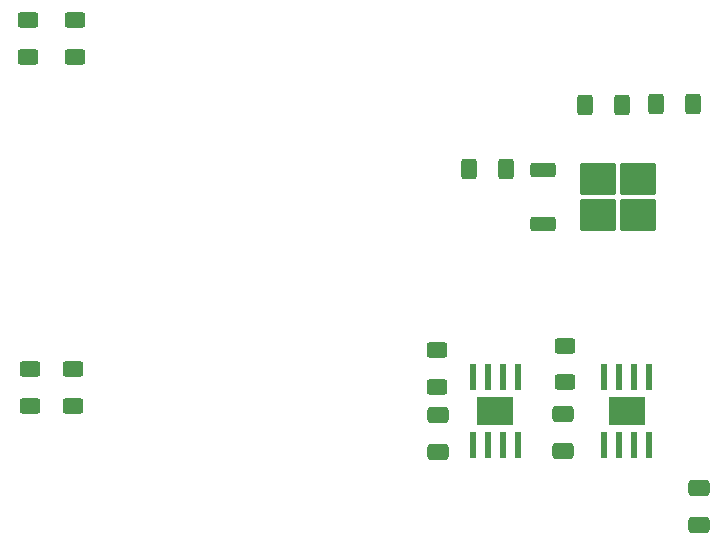
<source format=gtp>
%TF.GenerationSoftware,KiCad,Pcbnew,9.0.5*%
%TF.CreationDate,2025-11-06T15:20:43-08:00*%
%TF.ProjectId,ME507-EMBER,4d453530-372d-4454-9d42-45522e6b6963,rev?*%
%TF.SameCoordinates,Original*%
%TF.FileFunction,Paste,Top*%
%TF.FilePolarity,Positive*%
%FSLAX46Y46*%
G04 Gerber Fmt 4.6, Leading zero omitted, Abs format (unit mm)*
G04 Created by KiCad (PCBNEW 9.0.5) date 2025-11-06 15:20:43*
%MOMM*%
%LPD*%
G01*
G04 APERTURE LIST*
G04 Aperture macros list*
%AMRoundRect*
0 Rectangle with rounded corners*
0 $1 Rounding radius*
0 $2 $3 $4 $5 $6 $7 $8 $9 X,Y pos of 4 corners*
0 Add a 4 corners polygon primitive as box body*
4,1,4,$2,$3,$4,$5,$6,$7,$8,$9,$2,$3,0*
0 Add four circle primitives for the rounded corners*
1,1,$1+$1,$2,$3*
1,1,$1+$1,$4,$5*
1,1,$1+$1,$6,$7*
1,1,$1+$1,$8,$9*
0 Add four rect primitives between the rounded corners*
20,1,$1+$1,$2,$3,$4,$5,0*
20,1,$1+$1,$4,$5,$6,$7,0*
20,1,$1+$1,$6,$7,$8,$9,0*
20,1,$1+$1,$8,$9,$2,$3,0*%
G04 Aperture macros list end*
%ADD10RoundRect,0.250000X-0.625000X0.400000X-0.625000X-0.400000X0.625000X-0.400000X0.625000X0.400000X0*%
%ADD11RoundRect,0.250000X0.625000X-0.400000X0.625000X0.400000X-0.625000X0.400000X-0.625000X-0.400000X0*%
%ADD12RoundRect,0.250000X0.650000X-0.412500X0.650000X0.412500X-0.650000X0.412500X-0.650000X-0.412500X0*%
%ADD13R,3.100000X2.400000*%
%ADD14R,0.500000X2.200000*%
%ADD15RoundRect,0.250000X-0.650000X0.412500X-0.650000X-0.412500X0.650000X-0.412500X0.650000X0.412500X0*%
%ADD16RoundRect,0.250000X0.400000X0.625000X-0.400000X0.625000X-0.400000X-0.625000X0.400000X-0.625000X0*%
%ADD17RoundRect,0.250000X-1.275000X-1.125000X1.275000X-1.125000X1.275000X1.125000X-1.275000X1.125000X0*%
%ADD18RoundRect,0.250000X-0.850000X-0.350000X0.850000X-0.350000X0.850000X0.350000X-0.850000X0.350000X0*%
%ADD19RoundRect,0.250000X-0.400000X-0.625000X0.400000X-0.625000X0.400000X0.625000X-0.400000X0.625000X0*%
G04 APERTURE END LIST*
D10*
%TO.C,R3*%
X45200000Y-70980000D03*
X45200000Y-74080000D03*
%TD*%
D11*
%TO.C,R2*%
X45000000Y-44550000D03*
X45000000Y-41450000D03*
%TD*%
D12*
%TO.C,C1*%
X90360000Y-77885000D03*
X90360000Y-74760000D03*
%TD*%
D10*
%TO.C,R8*%
X79700000Y-69380000D03*
X79700000Y-72480000D03*
%TD*%
D12*
%TO.C,C3*%
X79730000Y-77992500D03*
X79730000Y-74867500D03*
%TD*%
D10*
%TO.C,R4*%
X48840000Y-70980000D03*
X48840000Y-74080000D03*
%TD*%
%TO.C,R9*%
X90530000Y-68982500D03*
X90530000Y-72082500D03*
%TD*%
D13*
%TO.C,U2*%
X95715000Y-74545000D03*
D14*
X97620000Y-71670000D03*
X96350000Y-71670000D03*
X95080000Y-71670000D03*
X93810000Y-71670000D03*
X93810000Y-77420000D03*
X95080000Y-77420000D03*
X96350000Y-77420000D03*
X97620000Y-77420000D03*
%TD*%
D15*
%TO.C,C4*%
X101850000Y-81057500D03*
X101850000Y-84182500D03*
%TD*%
D16*
%TO.C,R6*%
X101310000Y-48560000D03*
X98210000Y-48560000D03*
%TD*%
D17*
%TO.C,Q1*%
X93290000Y-54870000D03*
X93290000Y-57920000D03*
X96640000Y-54870000D03*
X96640000Y-57920000D03*
D18*
X88665000Y-54115000D03*
X88665000Y-58675000D03*
%TD*%
D19*
%TO.C,R7*%
X82400000Y-54000000D03*
X85500000Y-54000000D03*
%TD*%
D11*
%TO.C,R1*%
X49000000Y-44550000D03*
X49000000Y-41450000D03*
%TD*%
D19*
%TO.C,R5*%
X92190000Y-48570000D03*
X95290000Y-48570000D03*
%TD*%
D13*
%TO.C,U1*%
X84575000Y-74495000D03*
D14*
X86480000Y-71620000D03*
X85210000Y-71620000D03*
X83940000Y-71620000D03*
X82670000Y-71620000D03*
X82670000Y-77370000D03*
X83940000Y-77370000D03*
X85210000Y-77370000D03*
X86480000Y-77370000D03*
%TD*%
M02*

</source>
